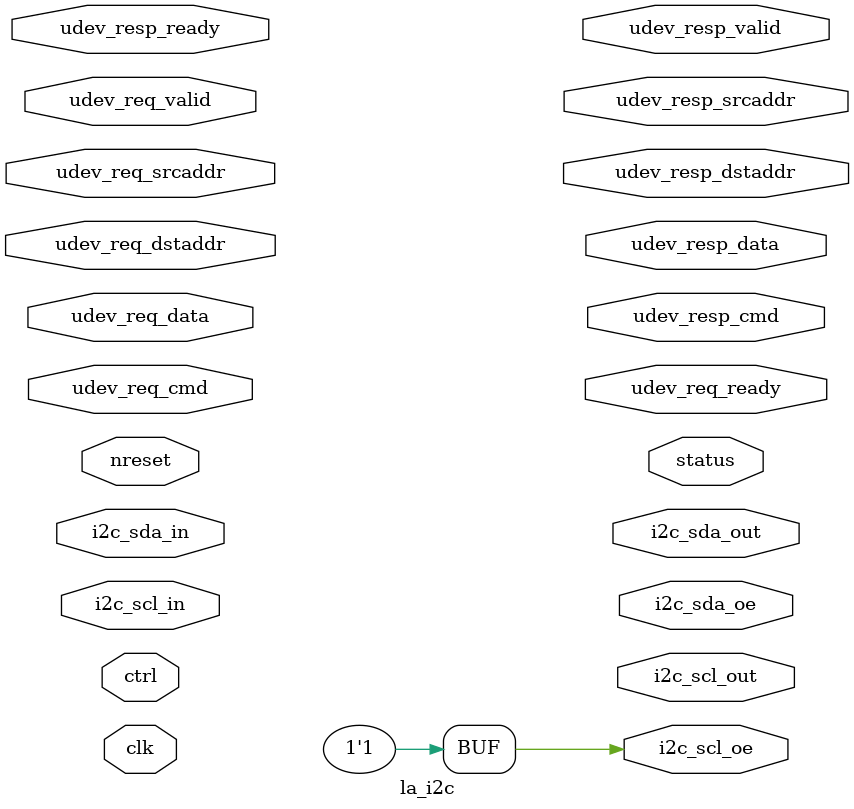
<source format=v>

/*****************************************************************************
 * Function: I2C interface
 * Copyright: Lambda Project Authors. All rights Reserved.
 * License:  MIT (see LICENSE file in Lambda repository)
 *
 * Docs:
 *
 * Firmware configurable as host or device.
 *
 ****************************************************************************/

module la_i2c #(
    parameter TARGET = "DEFAULT",  // technology target
    parameter PROP   = "HOST",     // block selector
    parameter RW     = 32,         // register width
    parameter DW     = 128,        // umi packet width
    parameter AW     = 64,         // address width
    parameter CW     = 32          // command width
) (  // basic control signals
    input           clk,                // core clock
    input           nreset,             // active low async reset
    input  [RW-1:0] ctrl,               // free form ctrl inputs
    output [RW-1:0] status,             // free form status outputs
    // UMI access
    input           udev_req_valid,
    input  [CW-1:0] udev_req_cmd,
    input  [AW-1:0] udev_req_dstaddr,
    input  [AW-1:0] udev_req_srcaddr,
    input  [DW-1:0] udev_req_data,
    output          udev_req_ready,
    output          udev_resp_valid,
    output [CW-1:0] udev_resp_cmd,
    output [AW-1:0] udev_resp_dstaddr,
    output [AW-1:0] udev_resp_srcaddr,
    output [DW-1:0] udev_resp_data,
    input           udev_resp_ready,
    // inputs
    input           i2c_scl_in,
    input           i2c_sda_in,
    // outputs
    output          i2c_scl_out,
    output          i2c_sda_out,
    // output enable
    output          i2c_scl_oe,
    output          i2c_sda_oe
);

    generate
        if (PROP == "HOST") begin
            assign i2c_scl_oe = 1'b1;
        end else begin
            assign i2c_scl_oe = 1'b0;
        end
    endgenerate

endmodule  // la_i2c

</source>
